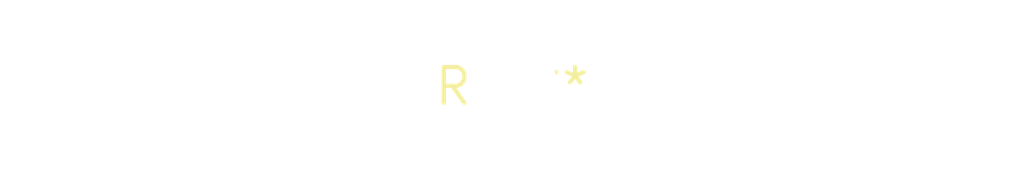
<source format=kicad_pcb>
(kicad_pcb (version 20240108) (generator pcbnew)
  (layers (0 "F.Cu" signal) (31 "B.Cu" signal) (34 "B.Paste" user) (35 "F.Paste" user) (36 "B.SilkS" user "B.Silkscreen") (37 "F.SilkS" user "F.Silkscreen") (38 "B.Mask" user) (39 "F.Mask" user) (44 "Edge.Cuts" user))
  (net 0 "")
  (footprint "MountingHole_3.2mm_M3_DIN965_Pad" (layer "F.Cu") (at 0 0)
    (property "Reference" "REF**")
    (property "Value" "MountingHole_3.2mm_M3_DIN965_Pad")
    (pad "1" thru_hole circle (at 0 0) (size 5.6 5.6) (drill 3.2) (layers *.Cu *.Mask) (remove_unused_layers))
  )
)
</source>
